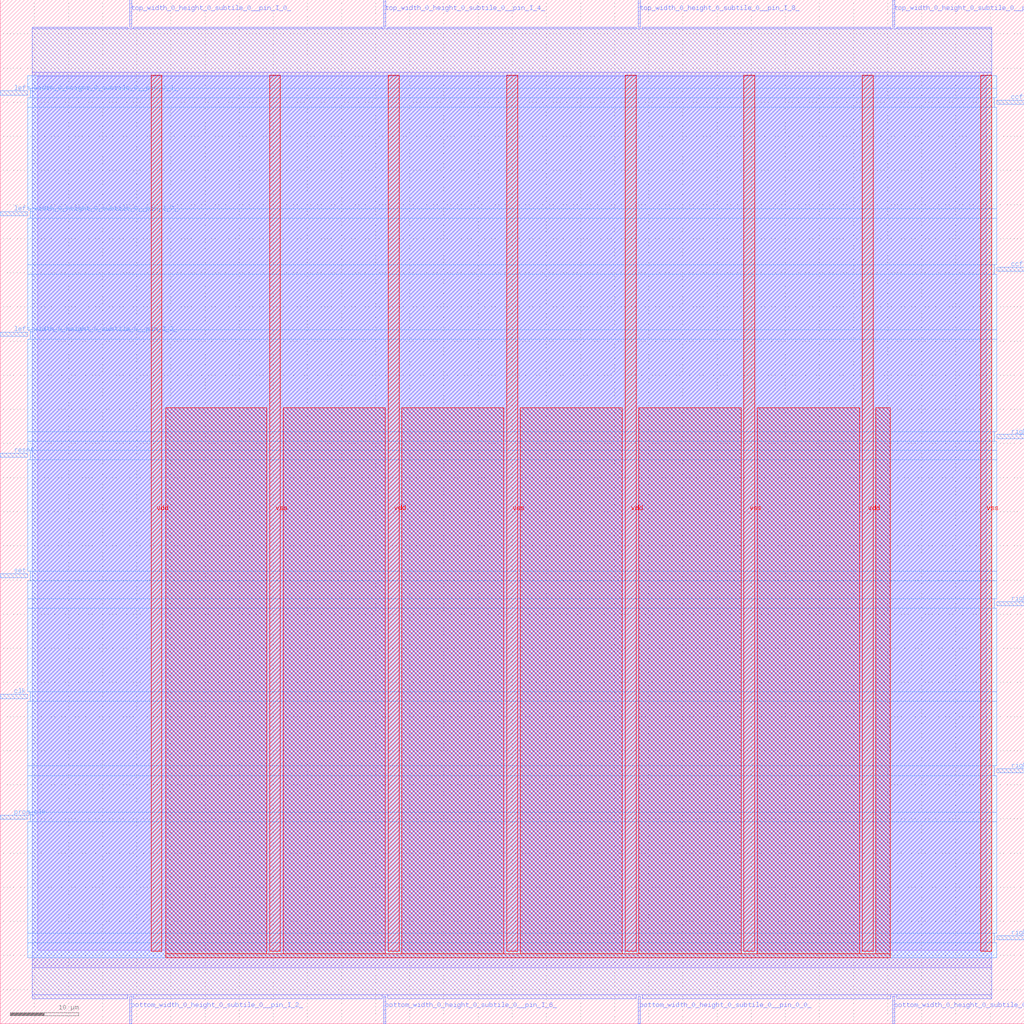
<source format=lef>
VERSION 5.7 ;
  NOWIREEXTENSIONATPIN ON ;
  DIVIDERCHAR "/" ;
  BUSBITCHARS "[]" ;
MACRO grid_clb
  CLASS BLOCK ;
  FOREIGN grid_clb ;
  ORIGIN 0.000 0.000 ;
  SIZE 150.000 BY 150.000 ;
  PIN bottom_width_0_height_0_subtile_0__pin_I_2_
    DIRECTION INPUT ;
    USE SIGNAL ;
    ANTENNAGATEAREA 0.196500 ;
    PORT
      LAYER met2 ;
        RECT 18.950 0.000 19.230 4.000 ;
    END
  END bottom_width_0_height_0_subtile_0__pin_I_2_
  PIN bottom_width_0_height_0_subtile_0__pin_I_6_
    DIRECTION INPUT ;
    USE SIGNAL ;
    ANTENNAGATEAREA 0.196500 ;
    PORT
      LAYER met2 ;
        RECT 56.210 0.000 56.490 4.000 ;
    END
  END bottom_width_0_height_0_subtile_0__pin_I_6_
  PIN bottom_width_0_height_0_subtile_0__pin_O_0_
    DIRECTION OUTPUT TRISTATE ;
    USE SIGNAL ;
    ANTENNADIFFAREA 0.795200 ;
    PORT
      LAYER met2 ;
        RECT 93.470 0.000 93.750 4.000 ;
    END
  END bottom_width_0_height_0_subtile_0__pin_O_0_
  PIN bottom_width_0_height_0_subtile_0__pin_clk_0_
    DIRECTION INPUT ;
    USE SIGNAL ;
    PORT
      LAYER met2 ;
        RECT 130.730 0.000 131.010 4.000 ;
    END
  END bottom_width_0_height_0_subtile_0__pin_clk_0_
  PIN ccff_head
    DIRECTION INPUT ;
    USE SIGNAL ;
    ANTENNAGATEAREA 0.196500 ;
    PORT
      LAYER met3 ;
        RECT 146.000 110.200 150.000 110.800 ;
    END
  END ccff_head
  PIN ccff_tail
    DIRECTION OUTPUT TRISTATE ;
    USE SIGNAL ;
    ANTENNADIFFAREA 0.445500 ;
    PORT
      LAYER met3 ;
        RECT 146.000 134.680 150.000 135.280 ;
    END
  END ccff_tail
  PIN clk
    DIRECTION INPUT ;
    USE SIGNAL ;
    ANTENNAGATEAREA 0.159000 ;
    PORT
      LAYER met3 ;
        RECT 0.000 47.640 4.000 48.240 ;
    END
  END clk
  PIN left_width_0_height_0_subtile_0__pin_I_3_
    DIRECTION INPUT ;
    USE SIGNAL ;
    ANTENNAGATEAREA 0.196500 ;
    PORT
      LAYER met3 ;
        RECT 0.000 100.680 4.000 101.280 ;
    END
  END left_width_0_height_0_subtile_0__pin_I_3_
  PIN left_width_0_height_0_subtile_0__pin_I_7_
    DIRECTION INPUT ;
    USE SIGNAL ;
    ANTENNAGATEAREA 0.196500 ;
    PORT
      LAYER met3 ;
        RECT 0.000 118.360 4.000 118.960 ;
    END
  END left_width_0_height_0_subtile_0__pin_I_7_
  PIN left_width_0_height_0_subtile_0__pin_O_1_
    DIRECTION OUTPUT TRISTATE ;
    USE SIGNAL ;
    ANTENNADIFFAREA 0.795200 ;
    PORT
      LAYER met3 ;
        RECT 0.000 136.040 4.000 136.640 ;
    END
  END left_width_0_height_0_subtile_0__pin_O_1_
  PIN prog_clk
    DIRECTION INPUT ;
    USE SIGNAL ;
    ANTENNAGATEAREA 0.852000 ;
    PORT
      LAYER met3 ;
        RECT 0.000 29.960 4.000 30.560 ;
    END
  END prog_clk
  PIN reset
    DIRECTION INPUT ;
    USE SIGNAL ;
    ANTENNAGATEAREA 0.213000 ;
    PORT
      LAYER met3 ;
        RECT 0.000 83.000 4.000 83.600 ;
    END
  END reset
  PIN right_width_0_height_0_subtile_0__pin_I_1_
    DIRECTION INPUT ;
    USE SIGNAL ;
    ANTENNAGATEAREA 0.196500 ;
    PORT
      LAYER met3 ;
        RECT 146.000 12.280 150.000 12.880 ;
    END
  END right_width_0_height_0_subtile_0__pin_I_1_
  PIN right_width_0_height_0_subtile_0__pin_I_5_
    DIRECTION INPUT ;
    USE SIGNAL ;
    ANTENNAGATEAREA 0.196500 ;
    ANTENNADIFFAREA 0.434700 ;
    PORT
      LAYER met3 ;
        RECT 146.000 36.760 150.000 37.360 ;
    END
  END right_width_0_height_0_subtile_0__pin_I_5_
  PIN right_width_0_height_0_subtile_0__pin_I_9_
    DIRECTION INPUT ;
    USE SIGNAL ;
    ANTENNAGATEAREA 0.196500 ;
    PORT
      LAYER met3 ;
        RECT 146.000 61.240 150.000 61.840 ;
    END
  END right_width_0_height_0_subtile_0__pin_I_9_
  PIN right_width_0_height_0_subtile_0__pin_O_3_
    DIRECTION OUTPUT TRISTATE ;
    USE SIGNAL ;
    ANTENNADIFFAREA 0.795200 ;
    PORT
      LAYER met3 ;
        RECT 146.000 85.720 150.000 86.320 ;
    END
  END right_width_0_height_0_subtile_0__pin_O_3_
  PIN set
    DIRECTION INPUT ;
    USE SIGNAL ;
    ANTENNAGATEAREA 0.213000 ;
    PORT
      LAYER met3 ;
        RECT 0.000 65.320 4.000 65.920 ;
    END
  END set
  PIN top_width_0_height_0_subtile_0__pin_I_0_
    DIRECTION INPUT ;
    USE SIGNAL ;
    ANTENNAGATEAREA 0.196500 ;
    PORT
      LAYER met2 ;
        RECT 18.950 146.000 19.230 150.000 ;
    END
  END top_width_0_height_0_subtile_0__pin_I_0_
  PIN top_width_0_height_0_subtile_0__pin_I_4_
    DIRECTION INPUT ;
    USE SIGNAL ;
    ANTENNAGATEAREA 0.196500 ;
    PORT
      LAYER met2 ;
        RECT 56.210 146.000 56.490 150.000 ;
    END
  END top_width_0_height_0_subtile_0__pin_I_4_
  PIN top_width_0_height_0_subtile_0__pin_I_8_
    DIRECTION INPUT ;
    USE SIGNAL ;
    ANTENNAGATEAREA 0.196500 ;
    PORT
      LAYER met2 ;
        RECT 93.470 146.000 93.750 150.000 ;
    END
  END top_width_0_height_0_subtile_0__pin_I_8_
  PIN top_width_0_height_0_subtile_0__pin_O_2_
    DIRECTION OUTPUT TRISTATE ;
    USE SIGNAL ;
    ANTENNADIFFAREA 0.795200 ;
    PORT
      LAYER met2 ;
        RECT 130.730 146.000 131.010 150.000 ;
    END
  END top_width_0_height_0_subtile_0__pin_O_2_
  PIN vdd
    DIRECTION INOUT ;
    USE POWER ;
    PORT
      LAYER met4 ;
        RECT 22.085 10.640 23.685 138.960 ;
    END
    PORT
      LAYER met4 ;
        RECT 56.815 10.640 58.415 138.960 ;
    END
    PORT
      LAYER met4 ;
        RECT 91.545 10.640 93.145 138.960 ;
    END
    PORT
      LAYER met4 ;
        RECT 126.275 10.640 127.875 138.960 ;
    END
  END vdd
  PIN vss
    DIRECTION INOUT ;
    USE GROUND ;
    PORT
      LAYER met4 ;
        RECT 39.450 10.640 41.050 138.960 ;
    END
    PORT
      LAYER met4 ;
        RECT 74.180 10.640 75.780 138.960 ;
    END
    PORT
      LAYER met4 ;
        RECT 108.910 10.640 110.510 138.960 ;
    END
    PORT
      LAYER met4 ;
        RECT 143.640 10.640 145.240 138.960 ;
    END
  END vss
  OBS
      LAYER li1 ;
        RECT 5.520 10.795 144.440 138.805 ;
      LAYER met1 ;
        RECT 4.670 8.200 145.240 139.360 ;
      LAYER met2 ;
        RECT 4.690 145.720 18.670 146.000 ;
        RECT 19.510 145.720 55.930 146.000 ;
        RECT 56.770 145.720 93.190 146.000 ;
        RECT 94.030 145.720 130.450 146.000 ;
        RECT 131.290 145.720 145.210 146.000 ;
        RECT 4.690 4.280 145.210 145.720 ;
        RECT 4.690 3.670 18.670 4.280 ;
        RECT 19.510 3.670 55.930 4.280 ;
        RECT 56.770 3.670 93.190 4.280 ;
        RECT 94.030 3.670 130.450 4.280 ;
        RECT 131.290 3.670 145.210 4.280 ;
      LAYER met3 ;
        RECT 4.000 137.040 146.000 138.885 ;
        RECT 4.400 135.680 146.000 137.040 ;
        RECT 4.400 135.640 145.600 135.680 ;
        RECT 4.000 134.280 145.600 135.640 ;
        RECT 4.000 119.360 146.000 134.280 ;
        RECT 4.400 117.960 146.000 119.360 ;
        RECT 4.000 111.200 146.000 117.960 ;
        RECT 4.000 109.800 145.600 111.200 ;
        RECT 4.000 101.680 146.000 109.800 ;
        RECT 4.400 100.280 146.000 101.680 ;
        RECT 4.000 86.720 146.000 100.280 ;
        RECT 4.000 85.320 145.600 86.720 ;
        RECT 4.000 84.000 146.000 85.320 ;
        RECT 4.400 82.600 146.000 84.000 ;
        RECT 4.000 66.320 146.000 82.600 ;
        RECT 4.400 64.920 146.000 66.320 ;
        RECT 4.000 62.240 146.000 64.920 ;
        RECT 4.000 60.840 145.600 62.240 ;
        RECT 4.000 48.640 146.000 60.840 ;
        RECT 4.400 47.240 146.000 48.640 ;
        RECT 4.000 37.760 146.000 47.240 ;
        RECT 4.000 36.360 145.600 37.760 ;
        RECT 4.000 30.960 146.000 36.360 ;
        RECT 4.400 29.560 146.000 30.960 ;
        RECT 4.000 13.280 146.000 29.560 ;
        RECT 4.000 11.880 145.600 13.280 ;
        RECT 4.000 9.700 146.000 11.880 ;
      LAYER met4 ;
        RECT 24.215 10.240 39.050 90.265 ;
        RECT 41.450 10.240 56.415 90.265 ;
        RECT 58.815 10.240 73.780 90.265 ;
        RECT 76.180 10.240 91.145 90.265 ;
        RECT 93.545 10.240 108.510 90.265 ;
        RECT 110.910 10.240 125.875 90.265 ;
        RECT 128.275 10.240 130.345 90.265 ;
        RECT 24.215 9.695 130.345 10.240 ;
  END
END grid_clb
END LIBRARY


</source>
